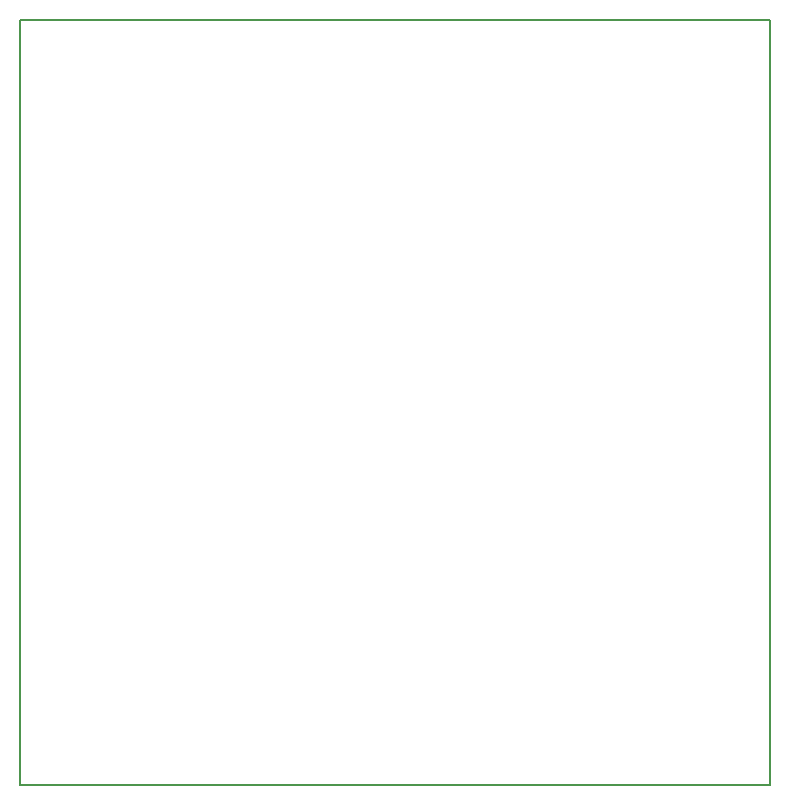
<source format=gbr>
G04 DipTrace 3.2.0.1*
G04 BoardOutline.gbr*
%MOIN*%
G04 #@! TF.FileFunction,Profile*
G04 #@! TF.Part,Single*
%ADD11C,0.005512*%
%FSLAX26Y26*%
G04*
G70*
G90*
G75*
G01*
G04 BoardOutline*
%LPD*%
X394000Y2944000D2*
D11*
X2894000D1*
Y394000D1*
X394000D1*
Y2944000D1*
M02*

</source>
